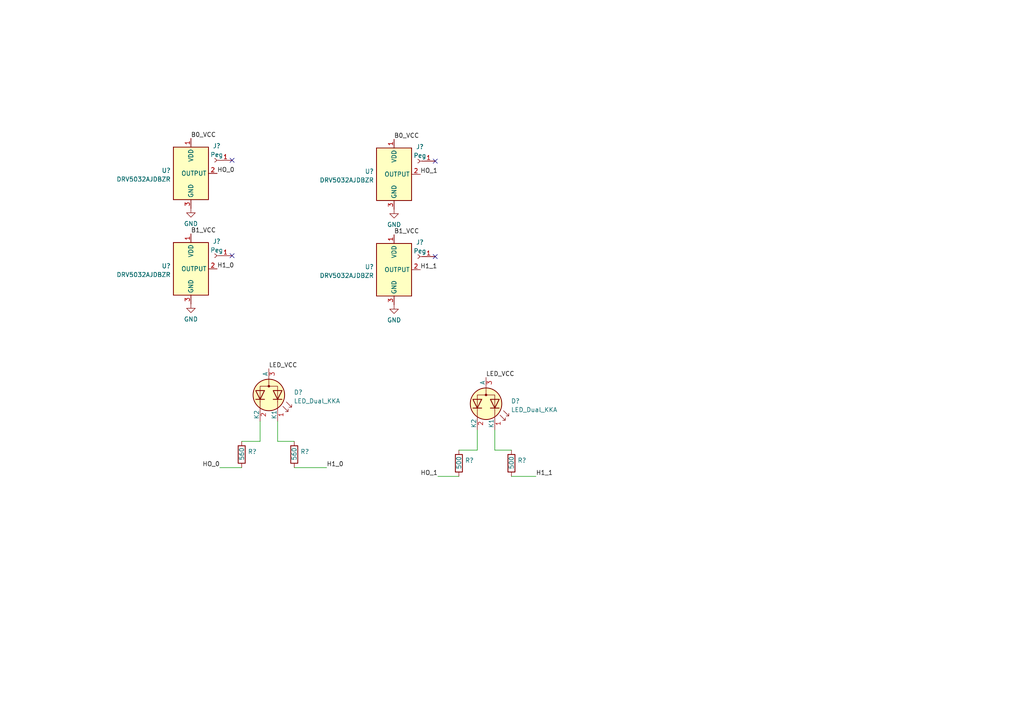
<source format=kicad_sch>
(kicad_sch (version 20211123) (generator eeschema)
  (paper "A4")
  (lib_symbols
    (symbol "Connector:Conn_01x01_Female" (pin_names (offset 1.016) hide)
      (property "Reference" "J" (at 0 2.54 0))
      (property "Value" "Conn_01x01_Female" (at 0 -2.54 0))
      (symbol "Conn_01x01_Female_1_1"
        (polyline (pts (xy -1.27 0) (xy -0.508 0)) (stroke (width 0.1524)))
        (arc (start 0 0.508) (mid -0.508 0) (end 0 -0.508) (stroke (width 0.1524)))
        (pin passive line (at -5.08 0 0) (length 3.81) (name "Pin_1") (number "1"))
      )
    )
    (symbol "Device:LED_Dual_KKA" (pin_names (offset 0))
      (property "Reference" "D" (at 0 5.715 0))
      (property "Value" "LED_Dual_KKA" (at 0 -6.35 0))
      (symbol "LED_Dual_KKA_0_1"
        (circle (center -2.54 0) (radius 0.2794) (fill (type outline)))
        (polyline (pts (xy -4.572 0) (xy -2.54 0)))
        (polyline (pts (xy 1.27 -1.27) (xy 1.27 -3.81)) (stroke (width 0.254)))
        (polyline (pts (xy 1.27 3.81) (xy 1.27 1.27)) (stroke (width 0.254)))
        (polyline (pts (xy 3.81 -2.54) (xy 1.905 -2.54)))
        (polyline (pts (xy 3.81 2.54) (xy 1.905 2.54)))
        (polyline (pts (xy -1.27 -1.27) (xy -1.27 -3.81) (xy 1.27 -2.54) (xy -1.27 -1.27)) (stroke (width 0.254)))
        (polyline (pts (xy -1.27 3.81) (xy -1.27 1.27) (xy 1.27 2.54) (xy -1.27 3.81)) (stroke (width 0.254)))
        (polyline (pts (xy 2.032 2.54) (xy -2.54 2.54) (xy -2.54 -2.54) (xy 2.032 -2.54)))
        (polyline (pts (xy 2.032 5.08) (xy 3.556 6.604) (xy 2.794 6.604) (xy 3.556 6.604) (xy 3.556 5.842)))
        (polyline (pts (xy 3.302 4.064) (xy 4.826 5.588) (xy 4.064 5.588) (xy 4.826 5.588) (xy 4.826 4.826)))
        (circle (center 0 0) (radius 4.572) (stroke (width 0.254)) (fill (type background)))
      )
      (symbol "LED_Dual_KKA_1_1"
        (pin input line (at 7.62 2.54 180) (length 3.81) (name "K1") (number "1"))
        (pin input line (at 7.62 -2.54 180) (length 3.81) (name "K2") (number "2"))
        (pin input line (at -7.62 0 0) (length 3.048) (name "A") (number "3"))
      )
    )
    (symbol "Device:R" (pin_numbers hide) (pin_names (offset 0))
      (property "Reference" "R" (at 2.032 0 90))
      (property "Value" "R" (at 0 0 90))
      (symbol "R_0_1"
        (rectangle (start -1.016 -2.54) (end 1.016 2.54) (stroke (width 0.254)))
      )
      (symbol "R_1_1"
        (pin passive line (at 0 3.81 270) (length 1.27) (name "~") (number "1"))
        (pin passive line (at 0 -3.81 90) (length 1.27) (name "~") (number "2"))
      )
    )
    (symbol "Sensor_Magnetic:AH1806-W"
      (property "Reference" "U" (at -5.08 8.89 0))
      (property "Value" "AH1806-W" (at 7.62 8.89 0))
      (symbol "AH1806-W_0_1"
        (rectangle (start 5.08 7.62) (end -5.08 -7.62) (stroke (width 0.254)) (fill (type background)))
      )
      (symbol "AH1806-W_1_1"
        (pin power_in line (at 0 10.16 270) (length 2.54) (name "VDD") (number "1"))
        (pin open_collector line (at 7.62 0 180) (length 2.54) (name "OUTPUT") (number "2"))
        (pin power_in line (at 0 -10.16 90) (length 2.54) (name "GND") (number "3"))
      )
    )
    (symbol "power:GND" (power) (pin_names (offset 0))
      (property "Value" "GND" (at 0 -3.81 0))
      (symbol "GND_0_1"
        (polyline (pts (xy 0 0) (xy 0 -1.27) (xy 1.27 -1.27) (xy 0 -2.54) (xy -1.27 -1.27) (xy 0 -1.27)))
      )
      (symbol "GND_1_1"
        (pin power_in line (at 0 0 270) (length 0) hide (name "GND") (number "1"))
      )
    )
  )
  (no_connect (at 126.238 46.736))
  (no_connect (at 67.31 74.168))
  (no_connect (at 126.238 74.422))
  (no_connect (at 67.31 46.482))
  (wire (pts (xy 143.51 124.714) (xy 143.51 130.556)))
  (wire (pts (xy 75.438 128.016) (xy 75.438 122.174)))
  (wire (pts (xy 127 138.176) (xy 133.096 138.176)))
  (wire (pts (xy 85.344 135.636) (xy 94.742 135.636)))
  (wire (pts (xy 138.43 130.556) (xy 138.43 124.714)))
  (wire (pts (xy 80.518 128.016) (xy 85.344 128.016)))
  (wire (pts (xy 80.518 122.174) (xy 80.518 128.016)))
  (wire (pts (xy 148.336 138.176) (xy 155.448 138.176)))
  (wire (pts (xy 70.104 128.016) (xy 75.438 128.016)))
  (wire (pts (xy 133.096 130.556) (xy 138.43 130.556)))
  (wire (pts (xy 143.51 130.556) (xy 148.336 130.556)))
  (wire (pts (xy 63.754 135.636) (xy 70.104 135.636)))
  (label "B0_VCC" (at 55.372 40.132 0))
  (label "B1_VCC" (at 55.372 67.818 0))
  (label "HO_0" (at 62.992 50.292 0))
  (label "HO_1" (at 127 138.176 180))
  (label "LED_VCC" (at 140.97 109.474 0))
  (label "HO_1" (at 121.92 50.546 0))
  (label "H1_0" (at 62.992 77.978 0))
  (label "HO_0" (at 63.754 135.636 180))
  (label "H1_1" (at 155.448 138.176 0))
  (label "H1_0" (at 94.742 135.636 0))
  (label "LED_VCC" (at 77.978 106.934 0))
  (label "B0_VCC" (at 114.3 40.386 0))
  (label "B1_VCC" (at 114.3 68.072 0))
  (label "H1_1" (at 121.92 78.232 0))
  (symbol (lib_id "Sensor_Magnetic:AH1806-W") (at 114.3 50.546 0) (unit 1)
    (property "Reference" "U?" (at 108.458 49.7113 0) (effects (justify right)))
    (property "Value" "DRV5032AJDBZR" (at 108.458 52.2482 0) (effects (justify right)))
    (property "Footprint" "Package_TO_SOT_SMD:SOT-23" (effects hide))
  )
  (symbol (lib_id "Connector:Conn_01x01_Female") (at 62.23 74.168 180) (unit 1)
    (property "Reference" "J?" (at 62.865 70.011 0))
    (property "Value" "Peg" (at 62.865 72.5479 0))
    (property "Footprint" "Library:TestPattern0" (effects hide))
  )
  (symbol (lib_id "Connector:Conn_01x01_Female") (at 121.158 46.736 180) (unit 1)
    (property "Reference" "J?" (at 121.793 42.579 0))
    (property "Value" "Peg" (at 121.793 45.1159 0))
    (property "Footprint" "Library:TestPattern0" (effects hide))
  )
  (symbol (lib_id "Connector:Conn_01x01_Female") (at 62.23 46.482 180) (unit 1)
    (property "Reference" "J?" (at 62.865 42.325 0))
    (property "Value" "Peg" (at 62.865 44.8619 0))
    (property "Footprint" "Library:TestPattern0" (effects hide))
  )
  (symbol (lib_id "Device:LED_Dual_KKA") (at 77.978 114.554 270) (unit 1)
    (property "Reference" "D?" (at 85.217 113.7828 90) (effects (justify left)))
    (property "Value" "LED_Dual_KKA" (at 85.217 116.3197 90) (effects (justify left)))
    (property "Footprint" "Package_TO_SOT_SMD:SOT-23" (effects hide))
  )
  (symbol (lib_id "power:GND") (at 114.3 88.392 0) (unit 1)
    (property "Reference" "#PWR?" (effects hide))
    (property "Value" "GND" (at 114.3 92.8354 0))
  )
  (symbol (lib_id "Connector:Conn_01x01_Female") (at 121.158 74.422 180) (unit 1)
    (property "Reference" "J?" (at 121.793 70.265 0))
    (property "Value" "Peg" (at 121.793 72.8019 0))
    (property "Footprint" "Library:TestPattern0" (effects hide))
  )
  (symbol (lib_id "Sensor_Magnetic:AH1806-W") (at 114.3 78.232 0) (unit 1)
    (property "Reference" "U?" (at 108.458 77.3973 0) (effects (justify right)))
    (property "Value" "DRV5032AJDBZR" (at 108.458 79.9342 0) (effects (justify right)))
    (property "Footprint" "Package_TO_SOT_SMD:SOT-23" (effects hide))
  )
  (symbol (lib_id "Device:LED_Dual_KKA") (at 140.97 117.094 270) (unit 1)
    (property "Reference" "D?" (at 148.209 116.3228 90) (effects (justify left)))
    (property "Value" "LED_Dual_KKA" (at 148.209 118.8597 90) (effects (justify left)))
    (property "Footprint" "Package_TO_SOT_SMD:SOT-23" (effects hide))
  )
  (symbol (lib_id "Device:R") (at 70.104 131.826 0) (unit 1)
    (property "Reference" "R?" (at 71.882 130.9913 0) (effects (justify left)))
    (property "Value" "560" (at 70.104 133.604 90) (effects (justify left)))
    (property "Footprint" "Resistor_SMD:R_0402_1005Metric_Pad0.72x0.64mm_HandSolder" (effects hide))
  )
  (symbol (lib_id "power:GND") (at 55.372 88.138 0) (unit 1)
    (property "Reference" "#PWR?" (effects hide))
    (property "Value" "GND" (at 55.372 92.5814 0))
  )
  (symbol (lib_id "power:GND") (at 55.372 60.452 0) (unit 1)
    (property "Reference" "#PWR?" (effects hide))
    (property "Value" "GND" (at 55.372 64.8954 0))
  )
  (symbol (lib_id "Sensor_Magnetic:AH1806-W") (at 55.372 77.978 0) (unit 1)
    (property "Reference" "U?" (at 49.53 77.1433 0) (effects (justify right)))
    (property "Value" "DRV5032AJDBZR" (at 49.53 79.6802 0) (effects (justify right)))
    (property "Footprint" "Package_TO_SOT_SMD:SOT-23" (effects hide))
  )
  (symbol (lib_id "power:GND") (at 114.3 60.706 0) (unit 1)
    (property "Reference" "#PWR?" (effects hide))
    (property "Value" "GND" (at 114.3 65.1494 0))
  )
  (symbol (lib_id "Device:R") (at 148.336 134.366 0) (unit 1)
    (property "Reference" "R?" (at 150.114 133.5313 0) (effects (justify left)))
    (property "Value" "500" (at 148.336 136.144 90) (effects (justify left)))
    (property "Footprint" "Resistor_SMD:R_0402_1005Metric_Pad0.72x0.64mm_HandSolder" (effects hide))
  )
  (symbol (lib_id "Sensor_Magnetic:AH1806-W") (at 55.372 50.292 0) (unit 1)
    (property "Reference" "U?" (at 49.53 49.4573 0) (effects (justify right)))
    (property "Value" "DRV5032AJDBZR" (at 49.53 51.9942 0) (effects (justify right)))
    (property "Footprint" "Package_TO_SOT_SMD:SOT-23" (effects hide))
  )
  (symbol (lib_id "Device:R") (at 85.344 131.826 0) (unit 1)
    (property "Reference" "R?" (at 87.122 130.9913 0) (effects (justify left)))
    (property "Value" "560" (at 85.344 133.604 90) (effects (justify left)))
    (property "Footprint" "Resistor_SMD:R_0402_1005Metric_Pad0.72x0.64mm_HandSolder" (effects hide))
  )
  (symbol (lib_id "Device:R") (at 133.096 134.366 0) (unit 1)
    (property "Reference" "R?" (at 134.874 133.5313 0) (effects (justify left)))
    (property "Value" "500" (at 133.096 136.144 90) (effects (justify left)))
    (property "Footprint" "Resistor_SMD:R_0402_1005Metric_Pad0.72x0.64mm_HandSolder" (effects hide))
  )
)
</source>
